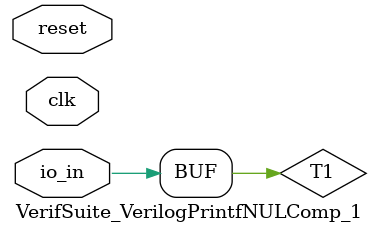
<source format=v>
module VerifSuite_VerilogPrintfNULComp_1(input clk, input reset,
    input  io_in
);

  wire T0;
  wire T1;
  wire[15:0] T2;


  assign T0 = reset ^ 1'h1;
  assign T1 = io_in;

  always @(posedge clk) begin
`ifndef SYNTHESIS
`ifdef PRINTF_COND
    if (`PRINTF_COND)
`endif
      if (T0)
        $fwrite(32'h80000002, "%b\n", T1);
`endif
  end
endmodule


</source>
